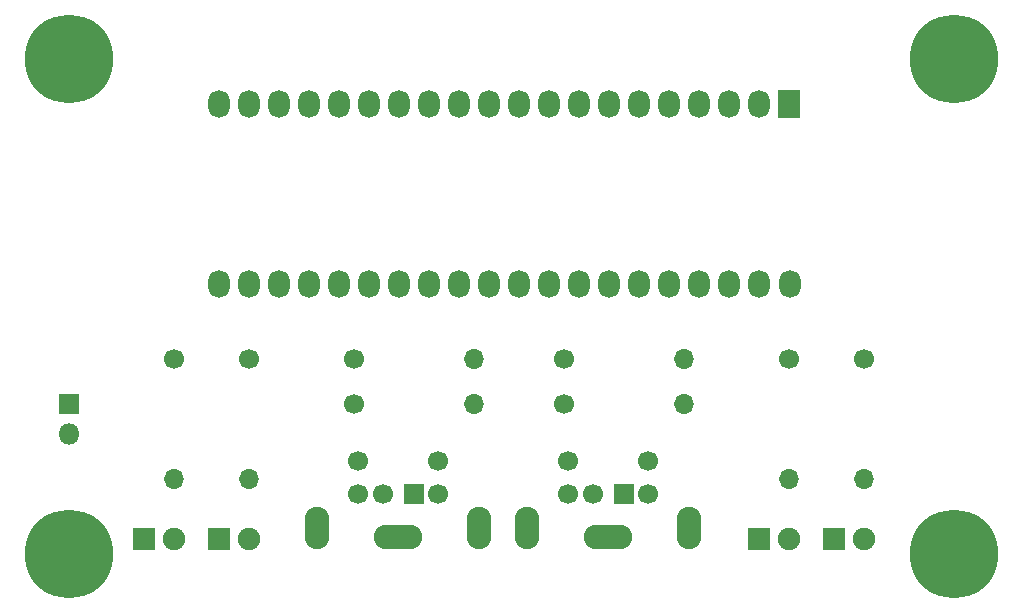
<source format=gbr>
%TF.GenerationSoftware,KiCad,Pcbnew,5.1.6*%
%TF.CreationDate,2021-01-14T16:45:27+01:00*%
%TF.ProjectId,din2usb_adapter,64696e32-7573-4625-9f61-646170746572,rev?*%
%TF.SameCoordinates,Original*%
%TF.FileFunction,Soldermask,Bot*%
%TF.FilePolarity,Negative*%
%FSLAX46Y46*%
G04 Gerber Fmt 4.6, Leading zero omitted, Abs format (unit mm)*
G04 Created by KiCad (PCBNEW 5.1.6) date 2021-01-14 16:45:27*
%MOMM*%
%LPD*%
G01*
G04 APERTURE LIST*
%ADD10O,4.100000X2.100000*%
%ADD11C,1.700000*%
%ADD12R,1.700000X1.700000*%
%ADD13O,2.100000X3.600000*%
%ADD14R,1.800000X1.800000*%
%ADD15O,1.800000X1.800000*%
%ADD16R,1.827200X2.350000*%
%ADD17O,1.827200X2.350000*%
%ADD18C,7.500000*%
%ADD19O,1.700000X1.700000*%
%ADD20C,1.900000*%
%ADD21R,1.900000X1.900000*%
G04 APERTURE END LIST*
D10*
%TO.C,P2*%
X132050000Y-107790000D03*
D11*
X128650000Y-101340000D03*
X135450000Y-101340000D03*
X128650000Y-104140000D03*
X135450000Y-104140000D03*
X130750000Y-104140000D03*
D12*
X133350000Y-104140000D03*
D13*
X138900000Y-106990000D03*
X125200000Y-106990000D03*
%TD*%
D10*
%TO.C,P1*%
X114270000Y-107790000D03*
D11*
X110870000Y-101340000D03*
X117670000Y-101340000D03*
X110870000Y-104140000D03*
X117670000Y-104140000D03*
X112970000Y-104140000D03*
D12*
X115570000Y-104140000D03*
D13*
X121120000Y-106990000D03*
X107420000Y-106990000D03*
%TD*%
D14*
%TO.C,J1*%
X86360000Y-96520000D03*
D15*
X86360000Y-99060000D03*
%TD*%
D16*
%TO.C,U1*%
X147370800Y-71120000D03*
D17*
X144830800Y-71120000D03*
X142290800Y-71120000D03*
X139750800Y-71120000D03*
X137210800Y-71120000D03*
X134670800Y-71120000D03*
X132130800Y-71120000D03*
X129590800Y-71120000D03*
X127050800Y-71120000D03*
X124510800Y-71120000D03*
X121970800Y-71120000D03*
X119430800Y-71120000D03*
X116890800Y-71120000D03*
X114350800Y-71120000D03*
X111810800Y-71120000D03*
X109270800Y-71120000D03*
X106730800Y-71120000D03*
X104190800Y-71120000D03*
X101650800Y-71120000D03*
X99110800Y-71120000D03*
X99110800Y-86360000D03*
X101650800Y-86360000D03*
X104190800Y-86360000D03*
X106730800Y-86360000D03*
X109270800Y-86360000D03*
X111810800Y-86360000D03*
X114350800Y-86360000D03*
X116890800Y-86360000D03*
X119430800Y-86360000D03*
X121970800Y-86360000D03*
X124510800Y-86360000D03*
X127050800Y-86360000D03*
X129590800Y-86360000D03*
X132130800Y-86360000D03*
X134670800Y-86360000D03*
X137210800Y-86360000D03*
X139750800Y-86360000D03*
X142290800Y-86360000D03*
X144830800Y-86360000D03*
X147421600Y-86360000D03*
%TD*%
D18*
%TO.C,H3*%
X161290000Y-109220000D03*
%TD*%
%TO.C,H2*%
X86360000Y-109220000D03*
%TD*%
%TO.C,H4*%
X161290000Y-67310000D03*
%TD*%
%TO.C,H1*%
X86360000Y-67310000D03*
%TD*%
D19*
%TO.C,R8*%
X153670000Y-102870000D03*
D11*
X153670000Y-92710000D03*
%TD*%
D19*
%TO.C,R7*%
X147320000Y-102870000D03*
D11*
X147320000Y-92710000D03*
%TD*%
D19*
%TO.C,R6*%
X101600000Y-102870000D03*
D11*
X101600000Y-92710000D03*
%TD*%
D19*
%TO.C,R5*%
X95250000Y-102870000D03*
D11*
X95250000Y-92710000D03*
%TD*%
D19*
%TO.C,R4*%
X138430000Y-96520000D03*
D11*
X128270000Y-96520000D03*
%TD*%
D19*
%TO.C,R3*%
X138430000Y-92710000D03*
D11*
X128270000Y-92710000D03*
%TD*%
D19*
%TO.C,R2*%
X120650000Y-96520000D03*
D11*
X110490000Y-96520000D03*
%TD*%
D19*
%TO.C,R1*%
X120650000Y-92710000D03*
D11*
X110490000Y-92710000D03*
%TD*%
D20*
%TO.C,D4*%
X153670000Y-107950000D03*
D21*
X151130000Y-107950000D03*
%TD*%
D20*
%TO.C,D3*%
X147320000Y-107950000D03*
D21*
X144780000Y-107950000D03*
%TD*%
D20*
%TO.C,D2*%
X101600000Y-107950000D03*
D21*
X99060000Y-107950000D03*
%TD*%
D20*
%TO.C,D1*%
X95250000Y-107950000D03*
D21*
X92710000Y-107950000D03*
%TD*%
M02*

</source>
